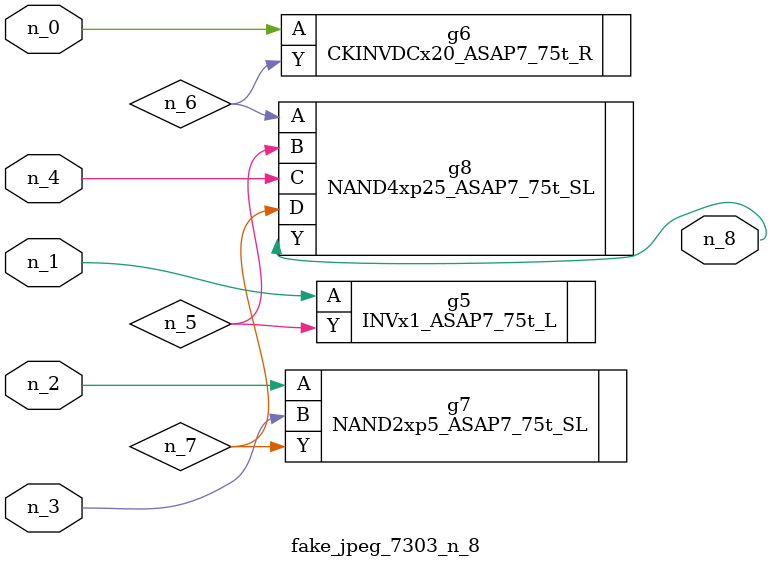
<source format=v>
module fake_jpeg_7303_n_8 (n_3, n_2, n_1, n_0, n_4, n_8);

input n_3;
input n_2;
input n_1;
input n_0;
input n_4;

output n_8;

wire n_6;
wire n_5;
wire n_7;

INVx1_ASAP7_75t_L g5 ( 
.A(n_1),
.Y(n_5)
);

CKINVDCx20_ASAP7_75t_R g6 ( 
.A(n_0),
.Y(n_6)
);

NAND2xp5_ASAP7_75t_SL g7 ( 
.A(n_2),
.B(n_3),
.Y(n_7)
);

NAND4xp25_ASAP7_75t_SL g8 ( 
.A(n_6),
.B(n_5),
.C(n_4),
.D(n_7),
.Y(n_8)
);


endmodule
</source>
